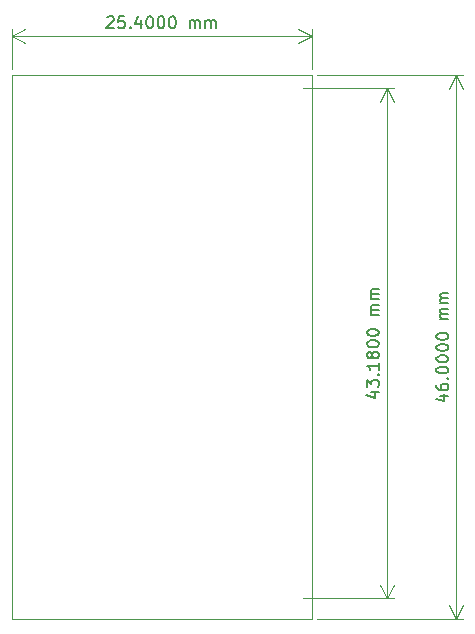
<source format=gbr>
%TF.GenerationSoftware,KiCad,Pcbnew,8.0.8*%
%TF.CreationDate,2025-03-19T16:23:10-04:00*%
%TF.ProjectId,RTDS Control Module V3.0,52544453-2043-46f6-9e74-726f6c204d6f,rev?*%
%TF.SameCoordinates,Original*%
%TF.FileFunction,Profile,NP*%
%FSLAX46Y46*%
G04 Gerber Fmt 4.6, Leading zero omitted, Abs format (unit mm)*
G04 Created by KiCad (PCBNEW 8.0.8) date 2025-03-19 16:23:10*
%MOMM*%
%LPD*%
G01*
G04 APERTURE LIST*
%TA.AperFunction,Profile*%
%ADD10C,0.050000*%
%TD*%
%ADD11C,0.150000*%
G04 APERTURE END LIST*
D10*
X49500000Y-24300000D02*
X74900000Y-24300000D01*
X74900000Y-70300000D01*
X49500000Y-70300000D01*
X49500000Y-24300000D01*
D11*
X79918152Y-51132856D02*
X80584819Y-51132856D01*
X79537200Y-51370951D02*
X80251485Y-51609046D01*
X80251485Y-51609046D02*
X80251485Y-50989999D01*
X79584819Y-50704284D02*
X79584819Y-50085237D01*
X79584819Y-50085237D02*
X79965771Y-50418570D01*
X79965771Y-50418570D02*
X79965771Y-50275713D01*
X79965771Y-50275713D02*
X80013390Y-50180475D01*
X80013390Y-50180475D02*
X80061009Y-50132856D01*
X80061009Y-50132856D02*
X80156247Y-50085237D01*
X80156247Y-50085237D02*
X80394342Y-50085237D01*
X80394342Y-50085237D02*
X80489580Y-50132856D01*
X80489580Y-50132856D02*
X80537200Y-50180475D01*
X80537200Y-50180475D02*
X80584819Y-50275713D01*
X80584819Y-50275713D02*
X80584819Y-50561427D01*
X80584819Y-50561427D02*
X80537200Y-50656665D01*
X80537200Y-50656665D02*
X80489580Y-50704284D01*
X80489580Y-49656665D02*
X80537200Y-49609046D01*
X80537200Y-49609046D02*
X80584819Y-49656665D01*
X80584819Y-49656665D02*
X80537200Y-49704284D01*
X80537200Y-49704284D02*
X80489580Y-49656665D01*
X80489580Y-49656665D02*
X80584819Y-49656665D01*
X80584819Y-48656666D02*
X80584819Y-49228094D01*
X80584819Y-48942380D02*
X79584819Y-48942380D01*
X79584819Y-48942380D02*
X79727676Y-49037618D01*
X79727676Y-49037618D02*
X79822914Y-49132856D01*
X79822914Y-49132856D02*
X79870533Y-49228094D01*
X80013390Y-48085237D02*
X79965771Y-48180475D01*
X79965771Y-48180475D02*
X79918152Y-48228094D01*
X79918152Y-48228094D02*
X79822914Y-48275713D01*
X79822914Y-48275713D02*
X79775295Y-48275713D01*
X79775295Y-48275713D02*
X79680057Y-48228094D01*
X79680057Y-48228094D02*
X79632438Y-48180475D01*
X79632438Y-48180475D02*
X79584819Y-48085237D01*
X79584819Y-48085237D02*
X79584819Y-47894761D01*
X79584819Y-47894761D02*
X79632438Y-47799523D01*
X79632438Y-47799523D02*
X79680057Y-47751904D01*
X79680057Y-47751904D02*
X79775295Y-47704285D01*
X79775295Y-47704285D02*
X79822914Y-47704285D01*
X79822914Y-47704285D02*
X79918152Y-47751904D01*
X79918152Y-47751904D02*
X79965771Y-47799523D01*
X79965771Y-47799523D02*
X80013390Y-47894761D01*
X80013390Y-47894761D02*
X80013390Y-48085237D01*
X80013390Y-48085237D02*
X80061009Y-48180475D01*
X80061009Y-48180475D02*
X80108628Y-48228094D01*
X80108628Y-48228094D02*
X80203866Y-48275713D01*
X80203866Y-48275713D02*
X80394342Y-48275713D01*
X80394342Y-48275713D02*
X80489580Y-48228094D01*
X80489580Y-48228094D02*
X80537200Y-48180475D01*
X80537200Y-48180475D02*
X80584819Y-48085237D01*
X80584819Y-48085237D02*
X80584819Y-47894761D01*
X80584819Y-47894761D02*
X80537200Y-47799523D01*
X80537200Y-47799523D02*
X80489580Y-47751904D01*
X80489580Y-47751904D02*
X80394342Y-47704285D01*
X80394342Y-47704285D02*
X80203866Y-47704285D01*
X80203866Y-47704285D02*
X80108628Y-47751904D01*
X80108628Y-47751904D02*
X80061009Y-47799523D01*
X80061009Y-47799523D02*
X80013390Y-47894761D01*
X79584819Y-47085237D02*
X79584819Y-46989999D01*
X79584819Y-46989999D02*
X79632438Y-46894761D01*
X79632438Y-46894761D02*
X79680057Y-46847142D01*
X79680057Y-46847142D02*
X79775295Y-46799523D01*
X79775295Y-46799523D02*
X79965771Y-46751904D01*
X79965771Y-46751904D02*
X80203866Y-46751904D01*
X80203866Y-46751904D02*
X80394342Y-46799523D01*
X80394342Y-46799523D02*
X80489580Y-46847142D01*
X80489580Y-46847142D02*
X80537200Y-46894761D01*
X80537200Y-46894761D02*
X80584819Y-46989999D01*
X80584819Y-46989999D02*
X80584819Y-47085237D01*
X80584819Y-47085237D02*
X80537200Y-47180475D01*
X80537200Y-47180475D02*
X80489580Y-47228094D01*
X80489580Y-47228094D02*
X80394342Y-47275713D01*
X80394342Y-47275713D02*
X80203866Y-47323332D01*
X80203866Y-47323332D02*
X79965771Y-47323332D01*
X79965771Y-47323332D02*
X79775295Y-47275713D01*
X79775295Y-47275713D02*
X79680057Y-47228094D01*
X79680057Y-47228094D02*
X79632438Y-47180475D01*
X79632438Y-47180475D02*
X79584819Y-47085237D01*
X79584819Y-46132856D02*
X79584819Y-46037618D01*
X79584819Y-46037618D02*
X79632438Y-45942380D01*
X79632438Y-45942380D02*
X79680057Y-45894761D01*
X79680057Y-45894761D02*
X79775295Y-45847142D01*
X79775295Y-45847142D02*
X79965771Y-45799523D01*
X79965771Y-45799523D02*
X80203866Y-45799523D01*
X80203866Y-45799523D02*
X80394342Y-45847142D01*
X80394342Y-45847142D02*
X80489580Y-45894761D01*
X80489580Y-45894761D02*
X80537200Y-45942380D01*
X80537200Y-45942380D02*
X80584819Y-46037618D01*
X80584819Y-46037618D02*
X80584819Y-46132856D01*
X80584819Y-46132856D02*
X80537200Y-46228094D01*
X80537200Y-46228094D02*
X80489580Y-46275713D01*
X80489580Y-46275713D02*
X80394342Y-46323332D01*
X80394342Y-46323332D02*
X80203866Y-46370951D01*
X80203866Y-46370951D02*
X79965771Y-46370951D01*
X79965771Y-46370951D02*
X79775295Y-46323332D01*
X79775295Y-46323332D02*
X79680057Y-46275713D01*
X79680057Y-46275713D02*
X79632438Y-46228094D01*
X79632438Y-46228094D02*
X79584819Y-46132856D01*
X80584819Y-44609046D02*
X79918152Y-44609046D01*
X80013390Y-44609046D02*
X79965771Y-44561427D01*
X79965771Y-44561427D02*
X79918152Y-44466189D01*
X79918152Y-44466189D02*
X79918152Y-44323332D01*
X79918152Y-44323332D02*
X79965771Y-44228094D01*
X79965771Y-44228094D02*
X80061009Y-44180475D01*
X80061009Y-44180475D02*
X80584819Y-44180475D01*
X80061009Y-44180475D02*
X79965771Y-44132856D01*
X79965771Y-44132856D02*
X79918152Y-44037618D01*
X79918152Y-44037618D02*
X79918152Y-43894761D01*
X79918152Y-43894761D02*
X79965771Y-43799522D01*
X79965771Y-43799522D02*
X80061009Y-43751903D01*
X80061009Y-43751903D02*
X80584819Y-43751903D01*
X80584819Y-43275713D02*
X79918152Y-43275713D01*
X80013390Y-43275713D02*
X79965771Y-43228094D01*
X79965771Y-43228094D02*
X79918152Y-43132856D01*
X79918152Y-43132856D02*
X79918152Y-42989999D01*
X79918152Y-42989999D02*
X79965771Y-42894761D01*
X79965771Y-42894761D02*
X80061009Y-42847142D01*
X80061009Y-42847142D02*
X80584819Y-42847142D01*
X80061009Y-42847142D02*
X79965771Y-42799523D01*
X79965771Y-42799523D02*
X79918152Y-42704285D01*
X79918152Y-42704285D02*
X79918152Y-42561428D01*
X79918152Y-42561428D02*
X79965771Y-42466189D01*
X79965771Y-42466189D02*
X80061009Y-42418570D01*
X80061009Y-42418570D02*
X80584819Y-42418570D01*
D10*
X74160000Y-68580000D02*
X81866420Y-68580000D01*
X74160000Y-25400000D02*
X81866420Y-25400000D01*
X81280000Y-68580000D02*
X81280000Y-25400000D01*
X81280000Y-68580000D02*
X81280000Y-25400000D01*
X81280000Y-68580000D02*
X80693579Y-67453496D01*
X81280000Y-68580000D02*
X81866421Y-67453496D01*
X81280000Y-25400000D02*
X81866421Y-26526504D01*
X81280000Y-25400000D02*
X80693579Y-26526504D01*
D11*
X85798152Y-51442856D02*
X86464819Y-51442856D01*
X85417200Y-51680951D02*
X86131485Y-51919046D01*
X86131485Y-51919046D02*
X86131485Y-51299999D01*
X85464819Y-50490475D02*
X85464819Y-50680951D01*
X85464819Y-50680951D02*
X85512438Y-50776189D01*
X85512438Y-50776189D02*
X85560057Y-50823808D01*
X85560057Y-50823808D02*
X85702914Y-50919046D01*
X85702914Y-50919046D02*
X85893390Y-50966665D01*
X85893390Y-50966665D02*
X86274342Y-50966665D01*
X86274342Y-50966665D02*
X86369580Y-50919046D01*
X86369580Y-50919046D02*
X86417200Y-50871427D01*
X86417200Y-50871427D02*
X86464819Y-50776189D01*
X86464819Y-50776189D02*
X86464819Y-50585713D01*
X86464819Y-50585713D02*
X86417200Y-50490475D01*
X86417200Y-50490475D02*
X86369580Y-50442856D01*
X86369580Y-50442856D02*
X86274342Y-50395237D01*
X86274342Y-50395237D02*
X86036247Y-50395237D01*
X86036247Y-50395237D02*
X85941009Y-50442856D01*
X85941009Y-50442856D02*
X85893390Y-50490475D01*
X85893390Y-50490475D02*
X85845771Y-50585713D01*
X85845771Y-50585713D02*
X85845771Y-50776189D01*
X85845771Y-50776189D02*
X85893390Y-50871427D01*
X85893390Y-50871427D02*
X85941009Y-50919046D01*
X85941009Y-50919046D02*
X86036247Y-50966665D01*
X86369580Y-49966665D02*
X86417200Y-49919046D01*
X86417200Y-49919046D02*
X86464819Y-49966665D01*
X86464819Y-49966665D02*
X86417200Y-50014284D01*
X86417200Y-50014284D02*
X86369580Y-49966665D01*
X86369580Y-49966665D02*
X86464819Y-49966665D01*
X85464819Y-49299999D02*
X85464819Y-49204761D01*
X85464819Y-49204761D02*
X85512438Y-49109523D01*
X85512438Y-49109523D02*
X85560057Y-49061904D01*
X85560057Y-49061904D02*
X85655295Y-49014285D01*
X85655295Y-49014285D02*
X85845771Y-48966666D01*
X85845771Y-48966666D02*
X86083866Y-48966666D01*
X86083866Y-48966666D02*
X86274342Y-49014285D01*
X86274342Y-49014285D02*
X86369580Y-49061904D01*
X86369580Y-49061904D02*
X86417200Y-49109523D01*
X86417200Y-49109523D02*
X86464819Y-49204761D01*
X86464819Y-49204761D02*
X86464819Y-49299999D01*
X86464819Y-49299999D02*
X86417200Y-49395237D01*
X86417200Y-49395237D02*
X86369580Y-49442856D01*
X86369580Y-49442856D02*
X86274342Y-49490475D01*
X86274342Y-49490475D02*
X86083866Y-49538094D01*
X86083866Y-49538094D02*
X85845771Y-49538094D01*
X85845771Y-49538094D02*
X85655295Y-49490475D01*
X85655295Y-49490475D02*
X85560057Y-49442856D01*
X85560057Y-49442856D02*
X85512438Y-49395237D01*
X85512438Y-49395237D02*
X85464819Y-49299999D01*
X85464819Y-48347618D02*
X85464819Y-48252380D01*
X85464819Y-48252380D02*
X85512438Y-48157142D01*
X85512438Y-48157142D02*
X85560057Y-48109523D01*
X85560057Y-48109523D02*
X85655295Y-48061904D01*
X85655295Y-48061904D02*
X85845771Y-48014285D01*
X85845771Y-48014285D02*
X86083866Y-48014285D01*
X86083866Y-48014285D02*
X86274342Y-48061904D01*
X86274342Y-48061904D02*
X86369580Y-48109523D01*
X86369580Y-48109523D02*
X86417200Y-48157142D01*
X86417200Y-48157142D02*
X86464819Y-48252380D01*
X86464819Y-48252380D02*
X86464819Y-48347618D01*
X86464819Y-48347618D02*
X86417200Y-48442856D01*
X86417200Y-48442856D02*
X86369580Y-48490475D01*
X86369580Y-48490475D02*
X86274342Y-48538094D01*
X86274342Y-48538094D02*
X86083866Y-48585713D01*
X86083866Y-48585713D02*
X85845771Y-48585713D01*
X85845771Y-48585713D02*
X85655295Y-48538094D01*
X85655295Y-48538094D02*
X85560057Y-48490475D01*
X85560057Y-48490475D02*
X85512438Y-48442856D01*
X85512438Y-48442856D02*
X85464819Y-48347618D01*
X85464819Y-47395237D02*
X85464819Y-47299999D01*
X85464819Y-47299999D02*
X85512438Y-47204761D01*
X85512438Y-47204761D02*
X85560057Y-47157142D01*
X85560057Y-47157142D02*
X85655295Y-47109523D01*
X85655295Y-47109523D02*
X85845771Y-47061904D01*
X85845771Y-47061904D02*
X86083866Y-47061904D01*
X86083866Y-47061904D02*
X86274342Y-47109523D01*
X86274342Y-47109523D02*
X86369580Y-47157142D01*
X86369580Y-47157142D02*
X86417200Y-47204761D01*
X86417200Y-47204761D02*
X86464819Y-47299999D01*
X86464819Y-47299999D02*
X86464819Y-47395237D01*
X86464819Y-47395237D02*
X86417200Y-47490475D01*
X86417200Y-47490475D02*
X86369580Y-47538094D01*
X86369580Y-47538094D02*
X86274342Y-47585713D01*
X86274342Y-47585713D02*
X86083866Y-47633332D01*
X86083866Y-47633332D02*
X85845771Y-47633332D01*
X85845771Y-47633332D02*
X85655295Y-47585713D01*
X85655295Y-47585713D02*
X85560057Y-47538094D01*
X85560057Y-47538094D02*
X85512438Y-47490475D01*
X85512438Y-47490475D02*
X85464819Y-47395237D01*
X85464819Y-46442856D02*
X85464819Y-46347618D01*
X85464819Y-46347618D02*
X85512438Y-46252380D01*
X85512438Y-46252380D02*
X85560057Y-46204761D01*
X85560057Y-46204761D02*
X85655295Y-46157142D01*
X85655295Y-46157142D02*
X85845771Y-46109523D01*
X85845771Y-46109523D02*
X86083866Y-46109523D01*
X86083866Y-46109523D02*
X86274342Y-46157142D01*
X86274342Y-46157142D02*
X86369580Y-46204761D01*
X86369580Y-46204761D02*
X86417200Y-46252380D01*
X86417200Y-46252380D02*
X86464819Y-46347618D01*
X86464819Y-46347618D02*
X86464819Y-46442856D01*
X86464819Y-46442856D02*
X86417200Y-46538094D01*
X86417200Y-46538094D02*
X86369580Y-46585713D01*
X86369580Y-46585713D02*
X86274342Y-46633332D01*
X86274342Y-46633332D02*
X86083866Y-46680951D01*
X86083866Y-46680951D02*
X85845771Y-46680951D01*
X85845771Y-46680951D02*
X85655295Y-46633332D01*
X85655295Y-46633332D02*
X85560057Y-46585713D01*
X85560057Y-46585713D02*
X85512438Y-46538094D01*
X85512438Y-46538094D02*
X85464819Y-46442856D01*
X86464819Y-44919046D02*
X85798152Y-44919046D01*
X85893390Y-44919046D02*
X85845771Y-44871427D01*
X85845771Y-44871427D02*
X85798152Y-44776189D01*
X85798152Y-44776189D02*
X85798152Y-44633332D01*
X85798152Y-44633332D02*
X85845771Y-44538094D01*
X85845771Y-44538094D02*
X85941009Y-44490475D01*
X85941009Y-44490475D02*
X86464819Y-44490475D01*
X85941009Y-44490475D02*
X85845771Y-44442856D01*
X85845771Y-44442856D02*
X85798152Y-44347618D01*
X85798152Y-44347618D02*
X85798152Y-44204761D01*
X85798152Y-44204761D02*
X85845771Y-44109522D01*
X85845771Y-44109522D02*
X85941009Y-44061903D01*
X85941009Y-44061903D02*
X86464819Y-44061903D01*
X86464819Y-43585713D02*
X85798152Y-43585713D01*
X85893390Y-43585713D02*
X85845771Y-43538094D01*
X85845771Y-43538094D02*
X85798152Y-43442856D01*
X85798152Y-43442856D02*
X85798152Y-43299999D01*
X85798152Y-43299999D02*
X85845771Y-43204761D01*
X85845771Y-43204761D02*
X85941009Y-43157142D01*
X85941009Y-43157142D02*
X86464819Y-43157142D01*
X85941009Y-43157142D02*
X85845771Y-43109523D01*
X85845771Y-43109523D02*
X85798152Y-43014285D01*
X85798152Y-43014285D02*
X85798152Y-42871428D01*
X85798152Y-42871428D02*
X85845771Y-42776189D01*
X85845771Y-42776189D02*
X85941009Y-42728570D01*
X85941009Y-42728570D02*
X86464819Y-42728570D01*
D10*
X75360000Y-24300000D02*
X87746420Y-24300000D01*
X75360000Y-70300000D02*
X87746420Y-70300000D01*
X87160000Y-24300000D02*
X87160000Y-70300000D01*
X87160000Y-24300000D02*
X87160000Y-70300000D01*
X87160000Y-24300000D02*
X87746421Y-25426504D01*
X87160000Y-24300000D02*
X86573579Y-25426504D01*
X87160000Y-70300000D02*
X86573579Y-69173496D01*
X87160000Y-70300000D02*
X87746421Y-69173496D01*
D11*
X57580953Y-19400058D02*
X57628572Y-19352439D01*
X57628572Y-19352439D02*
X57723810Y-19304820D01*
X57723810Y-19304820D02*
X57961905Y-19304820D01*
X57961905Y-19304820D02*
X58057143Y-19352439D01*
X58057143Y-19352439D02*
X58104762Y-19400058D01*
X58104762Y-19400058D02*
X58152381Y-19495296D01*
X58152381Y-19495296D02*
X58152381Y-19590534D01*
X58152381Y-19590534D02*
X58104762Y-19733391D01*
X58104762Y-19733391D02*
X57533334Y-20304820D01*
X57533334Y-20304820D02*
X58152381Y-20304820D01*
X59057143Y-19304820D02*
X58580953Y-19304820D01*
X58580953Y-19304820D02*
X58533334Y-19781010D01*
X58533334Y-19781010D02*
X58580953Y-19733391D01*
X58580953Y-19733391D02*
X58676191Y-19685772D01*
X58676191Y-19685772D02*
X58914286Y-19685772D01*
X58914286Y-19685772D02*
X59009524Y-19733391D01*
X59009524Y-19733391D02*
X59057143Y-19781010D01*
X59057143Y-19781010D02*
X59104762Y-19876248D01*
X59104762Y-19876248D02*
X59104762Y-20114343D01*
X59104762Y-20114343D02*
X59057143Y-20209581D01*
X59057143Y-20209581D02*
X59009524Y-20257201D01*
X59009524Y-20257201D02*
X58914286Y-20304820D01*
X58914286Y-20304820D02*
X58676191Y-20304820D01*
X58676191Y-20304820D02*
X58580953Y-20257201D01*
X58580953Y-20257201D02*
X58533334Y-20209581D01*
X59533334Y-20209581D02*
X59580953Y-20257201D01*
X59580953Y-20257201D02*
X59533334Y-20304820D01*
X59533334Y-20304820D02*
X59485715Y-20257201D01*
X59485715Y-20257201D02*
X59533334Y-20209581D01*
X59533334Y-20209581D02*
X59533334Y-20304820D01*
X60438095Y-19638153D02*
X60438095Y-20304820D01*
X60200000Y-19257201D02*
X59961905Y-19971486D01*
X59961905Y-19971486D02*
X60580952Y-19971486D01*
X61152381Y-19304820D02*
X61247619Y-19304820D01*
X61247619Y-19304820D02*
X61342857Y-19352439D01*
X61342857Y-19352439D02*
X61390476Y-19400058D01*
X61390476Y-19400058D02*
X61438095Y-19495296D01*
X61438095Y-19495296D02*
X61485714Y-19685772D01*
X61485714Y-19685772D02*
X61485714Y-19923867D01*
X61485714Y-19923867D02*
X61438095Y-20114343D01*
X61438095Y-20114343D02*
X61390476Y-20209581D01*
X61390476Y-20209581D02*
X61342857Y-20257201D01*
X61342857Y-20257201D02*
X61247619Y-20304820D01*
X61247619Y-20304820D02*
X61152381Y-20304820D01*
X61152381Y-20304820D02*
X61057143Y-20257201D01*
X61057143Y-20257201D02*
X61009524Y-20209581D01*
X61009524Y-20209581D02*
X60961905Y-20114343D01*
X60961905Y-20114343D02*
X60914286Y-19923867D01*
X60914286Y-19923867D02*
X60914286Y-19685772D01*
X60914286Y-19685772D02*
X60961905Y-19495296D01*
X60961905Y-19495296D02*
X61009524Y-19400058D01*
X61009524Y-19400058D02*
X61057143Y-19352439D01*
X61057143Y-19352439D02*
X61152381Y-19304820D01*
X62104762Y-19304820D02*
X62200000Y-19304820D01*
X62200000Y-19304820D02*
X62295238Y-19352439D01*
X62295238Y-19352439D02*
X62342857Y-19400058D01*
X62342857Y-19400058D02*
X62390476Y-19495296D01*
X62390476Y-19495296D02*
X62438095Y-19685772D01*
X62438095Y-19685772D02*
X62438095Y-19923867D01*
X62438095Y-19923867D02*
X62390476Y-20114343D01*
X62390476Y-20114343D02*
X62342857Y-20209581D01*
X62342857Y-20209581D02*
X62295238Y-20257201D01*
X62295238Y-20257201D02*
X62200000Y-20304820D01*
X62200000Y-20304820D02*
X62104762Y-20304820D01*
X62104762Y-20304820D02*
X62009524Y-20257201D01*
X62009524Y-20257201D02*
X61961905Y-20209581D01*
X61961905Y-20209581D02*
X61914286Y-20114343D01*
X61914286Y-20114343D02*
X61866667Y-19923867D01*
X61866667Y-19923867D02*
X61866667Y-19685772D01*
X61866667Y-19685772D02*
X61914286Y-19495296D01*
X61914286Y-19495296D02*
X61961905Y-19400058D01*
X61961905Y-19400058D02*
X62009524Y-19352439D01*
X62009524Y-19352439D02*
X62104762Y-19304820D01*
X63057143Y-19304820D02*
X63152381Y-19304820D01*
X63152381Y-19304820D02*
X63247619Y-19352439D01*
X63247619Y-19352439D02*
X63295238Y-19400058D01*
X63295238Y-19400058D02*
X63342857Y-19495296D01*
X63342857Y-19495296D02*
X63390476Y-19685772D01*
X63390476Y-19685772D02*
X63390476Y-19923867D01*
X63390476Y-19923867D02*
X63342857Y-20114343D01*
X63342857Y-20114343D02*
X63295238Y-20209581D01*
X63295238Y-20209581D02*
X63247619Y-20257201D01*
X63247619Y-20257201D02*
X63152381Y-20304820D01*
X63152381Y-20304820D02*
X63057143Y-20304820D01*
X63057143Y-20304820D02*
X62961905Y-20257201D01*
X62961905Y-20257201D02*
X62914286Y-20209581D01*
X62914286Y-20209581D02*
X62866667Y-20114343D01*
X62866667Y-20114343D02*
X62819048Y-19923867D01*
X62819048Y-19923867D02*
X62819048Y-19685772D01*
X62819048Y-19685772D02*
X62866667Y-19495296D01*
X62866667Y-19495296D02*
X62914286Y-19400058D01*
X62914286Y-19400058D02*
X62961905Y-19352439D01*
X62961905Y-19352439D02*
X63057143Y-19304820D01*
X64580953Y-20304820D02*
X64580953Y-19638153D01*
X64580953Y-19733391D02*
X64628572Y-19685772D01*
X64628572Y-19685772D02*
X64723810Y-19638153D01*
X64723810Y-19638153D02*
X64866667Y-19638153D01*
X64866667Y-19638153D02*
X64961905Y-19685772D01*
X64961905Y-19685772D02*
X65009524Y-19781010D01*
X65009524Y-19781010D02*
X65009524Y-20304820D01*
X65009524Y-19781010D02*
X65057143Y-19685772D01*
X65057143Y-19685772D02*
X65152381Y-19638153D01*
X65152381Y-19638153D02*
X65295238Y-19638153D01*
X65295238Y-19638153D02*
X65390477Y-19685772D01*
X65390477Y-19685772D02*
X65438096Y-19781010D01*
X65438096Y-19781010D02*
X65438096Y-20304820D01*
X65914286Y-20304820D02*
X65914286Y-19638153D01*
X65914286Y-19733391D02*
X65961905Y-19685772D01*
X65961905Y-19685772D02*
X66057143Y-19638153D01*
X66057143Y-19638153D02*
X66200000Y-19638153D01*
X66200000Y-19638153D02*
X66295238Y-19685772D01*
X66295238Y-19685772D02*
X66342857Y-19781010D01*
X66342857Y-19781010D02*
X66342857Y-20304820D01*
X66342857Y-19781010D02*
X66390476Y-19685772D01*
X66390476Y-19685772D02*
X66485714Y-19638153D01*
X66485714Y-19638153D02*
X66628571Y-19638153D01*
X66628571Y-19638153D02*
X66723810Y-19685772D01*
X66723810Y-19685772D02*
X66771429Y-19781010D01*
X66771429Y-19781010D02*
X66771429Y-20304820D01*
D10*
X74900000Y-23800000D02*
X74900000Y-20413581D01*
X49500000Y-23800000D02*
X49500000Y-20413581D01*
X74900000Y-21000001D02*
X49500000Y-21000001D01*
X74900000Y-21000001D02*
X49500000Y-21000001D01*
X74900000Y-21000001D02*
X73773496Y-21586422D01*
X74900000Y-21000001D02*
X73773496Y-20413580D01*
X49500000Y-21000001D02*
X50626504Y-20413580D01*
X49500000Y-21000001D02*
X50626504Y-21586422D01*
M02*

</source>
